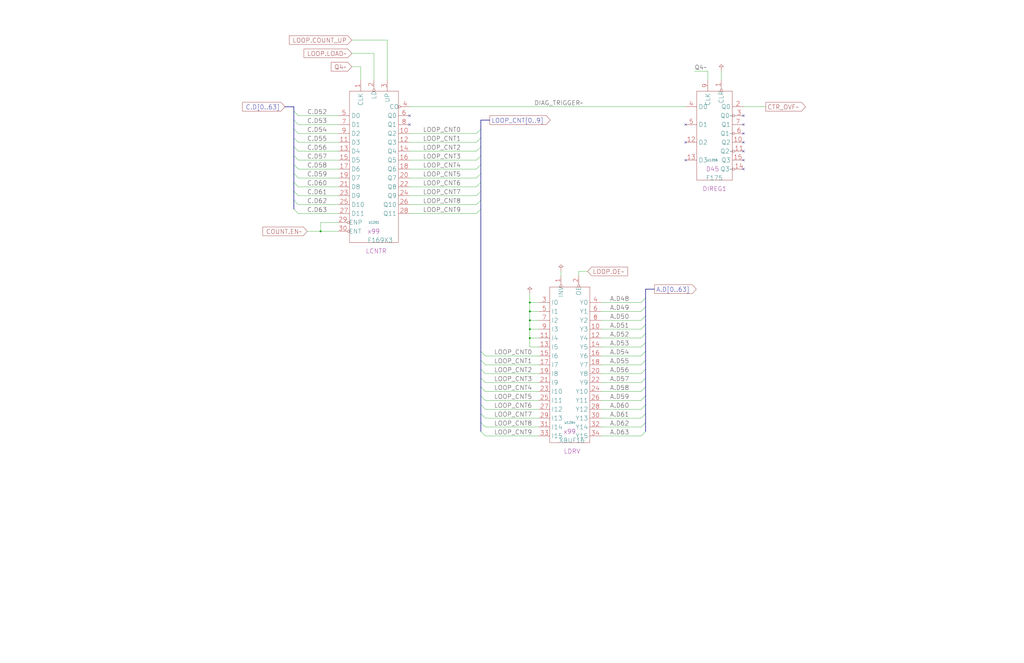
<source format=kicad_sch>
(kicad_sch (version 20220126) (generator eeschema)
  (paper "User" 584.2 378.46)
  (title_block (title "COUNTER LOGIC") (date "15-MAR-90") (rev "1.0") (comment 1 "TYPE") (comment 2 "232-003062") (comment 3 "S400") (comment 4 "RELEASED"))
  (lib_symbols
    (symbol "r1000:F169X3" (pin_names (offset 1.016))
      (property "Reference" "U" (at 2.54 5.08 0))
      (property "Value" "F169X3" (at -1.27 -5.08 0))
      (property "Location" "___" (at -1.27 0 0))
      (property "Name" "______" (at 3.81 -12.7 0))
      (symbol "F169X3_1_1"
        (circle (center -12.065 0) (radius 0.635))
        (circle (center -12.065 5.08) (radius 0.635))
        (rectangle (start -11.43 80.01) (end 16.51 -6.35))
        (circle (center 2.54 80.645) (radius 0.635))
        (circle (center 17.145 71.12) (radius 0.635))
        (pin input line (at -5.08 86.36 270) (length 6.35) (name "CLK") (number "1"))
        (pin output line (at 22.86 55.88 180) (length 6.35) (name "Q2") (number "10"))
        (pin input line (at -17.78 50.8 0) (length 6.35) (name "D3") (number "11"))
        (pin output line (at 22.86 50.8 180) (length 6.35) (name "Q3") (number "12"))
        (pin input line (at -17.78 45.72 0) (length 6.35) (name "D4") (number "13"))
        (pin output line (at 22.86 45.72 180) (length 6.35) (name "Q4") (number "14"))
        (pin input line (at -17.78 40.64 0) (length 6.35) (name "D5") (number "15"))
        (pin output line (at 22.86 40.64 180) (length 6.35) (name "Q5") (number "16"))
        (pin input line (at -17.78 35.56 0) (length 6.35) (name "D6") (number "17"))
        (pin output line (at 22.86 35.56 180) (length 6.35) (name "Q6") (number "18"))
        (pin input line (at -17.78 30.48 0) (length 6.35) (name "D7") (number "19"))
        (pin input line (at 2.54 86.36 270) (length 5.08) (name "LD") (number "2"))
        (pin output line (at 22.86 30.48 180) (length 6.35) (name "Q7") (number "20"))
        (pin input line (at -17.78 25.4 0) (length 6.35) (name "D8") (number "21"))
        (pin output line (at 22.86 25.4 180) (length 6.35) (name "Q8") (number "22"))
        (pin input line (at -17.78 20.32 0) (length 6.35) (name "D9") (number "23"))
        (pin output line (at 22.86 20.32 180) (length 6.35) (name "Q9") (number "24"))
        (pin input line (at -17.78 15.24 0) (length 6.35) (name "D10") (number "25"))
        (pin output line (at 22.86 15.24 180) (length 6.35) (name "Q10") (number "26"))
        (pin input line (at -17.78 10.16 0) (length 6.35) (name "D11") (number "27"))
        (pin output line (at 22.86 10.16 180) (length 6.35) (name "Q11") (number "28"))
        (pin input line (at -17.78 5.08 0) (length 5.08) (name "ENP") (number "29"))
        (pin input line (at 10.16 86.36 270) (length 6.35) (name "UP") (number "3"))
        (pin input line (at -17.78 0 0) (length 5.08) (name "ENT") (number "30"))
        (pin output line (at 22.86 71.12 180) (length 5.08) (name "CO") (number "4"))
        (pin input line (at -17.78 66.04 0) (length 6.35) (name "D0") (number "5"))
        (pin output line (at 22.86 66.04 180) (length 6.35) (name "Q0") (number "6"))
        (pin input line (at -17.78 60.96 0) (length 6.35) (name "D1") (number "7"))
        (pin output line (at 22.86 60.96 180) (length 6.35) (name "Q1") (number "8"))
        (pin input line (at -17.78 55.88 0) (length 6.35) (name "D2") (number "9"))
      )
    )
    (symbol "r1000:F175" (pin_names (offset 1.016))
      (property "Reference" "U" (at 2.54 5.08 0))
      (property "Value" "F175" (at -1.27 -5.08 0))
      (property "Location" "___" (at -1.27 0 0))
      (property "Name" "______" (at 3.81 -12.7 0))
      (symbol "F175_1_1"
        (rectangle (start -6.35 44.45) (end 13.97 -6.35))
        (circle (center 7.62 45.085) (radius 0.635))
        (circle (center 14.605 0) (radius 0.635))
        (circle (center 14.605 10.16) (radius 0.635))
        (circle (center 14.605 20.32) (radius 0.635))
        (circle (center 14.605 30.48) (radius 0.635))
        (pin input line (at 7.62 50.8 270) (length 5.08) (name "CLR") (number "1"))
        (pin output line (at 20.32 15.24 180) (length 6.35) (name "Q2") (number "10"))
        (pin output line (at 20.32 10.16 180) (length 5.08) (name "Q2~") (number "11"))
        (pin input line (at -12.7 15.24 0) (length 6.35) (name "D2") (number "12"))
        (pin input line (at -12.7 5.08 0) (length 6.35) (name "D3") (number "13"))
        (pin output line (at 20.32 0 180) (length 5.08) (name "Q3~") (number "14"))
        (pin output line (at 20.32 5.08 180) (length 6.35) (name "Q3") (number "15"))
        (pin output line (at 20.32 35.56 180) (length 6.35) (name "Q0") (number "2"))
        (pin output line (at 20.32 30.48 180) (length 5.08) (name "Q0~") (number "3"))
        (pin input line (at -12.7 35.56 0) (length 6.35) (name "D0") (number "4"))
        (pin input line (at -12.7 25.4 0) (length 6.35) (name "D1") (number "5"))
        (pin output line (at 20.32 20.32 180) (length 5.08) (name "Q1~") (number "6"))
        (pin output line (at 20.32 25.4 180) (length 6.35) (name "Q1") (number "7"))
        (pin input line (at 0 50.8 270) (length 6.35) (name "CLK") (number "9"))
      )
    )
    (symbol "r1000:PU" (power) (pin_numbers hide) (pin_names hide)
      (symbol "PU_0_1"
        (polyline (pts (xy 0 2.54) (xy -1.27 2.54) (xy 0 3.81) (xy 1.27 2.54) (xy 0 2.54)) (stroke (width 0.1524)))
      )
      (symbol "PU_1_1"
        (pin power_in line (at 0 0 90) (length 2.54) (name "PU") (number "1"))
      )
    )
    (symbol "r1000:XBUF16" (pin_names (offset 1.016))
      (property "Reference" "U" (at 2.54 5.08 0))
      (property "Value" "XBUF16" (at -3.81 -5.08 0))
      (property "Location" "___" (at -1.27 0 0))
      (property "Name" "______" (at 3.81 -12.7 0))
      (symbol "XBUF16_1_1"
        (rectangle (start -8.89 82.55) (end 13.97 -6.35))
        (circle (center -2.54 83.185) (radius 0.635))
        (circle (center 7.62 83.185) (radius 0.635))
        (pin input line (at -2.54 88.9 270) (length 5.08) (name "INV") (number "1"))
        (pin tri_state line (at 20.32 58.42 180) (length 6.35) (name "Y3") (number "10"))
        (pin input line (at -15.24 53.34 0) (length 6.35) (name "I4") (number "11"))
        (pin tri_state line (at 20.32 53.34 180) (length 6.35) (name "Y4") (number "12"))
        (pin input line (at -15.24 48.26 0) (length 6.35) (name "I5") (number "13"))
        (pin tri_state line (at 20.32 48.26 180) (length 6.35) (name "Y5") (number "14"))
        (pin input line (at -15.24 43.18 0) (length 6.35) (name "I6") (number "15"))
        (pin tri_state line (at 20.32 43.18 180) (length 6.35) (name "Y6") (number "16"))
        (pin input line (at -15.24 38.1 0) (length 6.35) (name "I7") (number "17"))
        (pin tri_state line (at 20.32 38.1 180) (length 6.35) (name "Y7") (number "18"))
        (pin input line (at -15.24 33.02 0) (length 6.35) (name "I8") (number "19"))
        (pin input line (at 7.62 88.9 270) (length 5.08) (name "OE") (number "2"))
        (pin tri_state line (at 20.32 33.02 180) (length 6.35) (name "Y8") (number "20"))
        (pin input line (at -15.24 27.94 0) (length 6.35) (name "I9") (number "21"))
        (pin tri_state line (at 20.32 27.94 180) (length 6.35) (name "Y9") (number "22"))
        (pin input line (at -15.24 22.86 0) (length 6.35) (name "I10") (number "23"))
        (pin tri_state line (at 20.32 22.86 180) (length 6.35) (name "Y10") (number "24"))
        (pin input line (at -15.24 17.78 0) (length 6.35) (name "I11") (number "25"))
        (pin tri_state line (at 20.32 17.78 180) (length 6.35) (name "Y11") (number "26"))
        (pin input line (at -15.24 12.7 0) (length 6.35) (name "I12") (number "27"))
        (pin tri_state line (at 20.32 12.7 180) (length 6.35) (name "Y12") (number "28"))
        (pin input line (at -15.24 7.62 0) (length 6.35) (name "I13") (number "29"))
        (pin input line (at -15.24 73.66 0) (length 6.35) (name "I0") (number "3"))
        (pin tri_state line (at 20.32 7.62 180) (length 6.35) (name "Y13") (number "30"))
        (pin input line (at -15.24 2.54 0) (length 6.35) (name "I14") (number "31"))
        (pin tri_state line (at 20.32 2.54 180) (length 6.35) (name "Y14") (number "32"))
        (pin input line (at -15.24 -2.54 0) (length 6.35) (name "I15") (number "33"))
        (pin tri_state line (at 20.32 -2.54 180) (length 6.35) (name "Y15") (number "34"))
        (pin tri_state line (at 20.32 73.66 180) (length 6.35) (name "Y0") (number "4"))
        (pin input line (at -15.24 68.58 0) (length 6.35) (name "I1") (number "5"))
        (pin tri_state line (at 20.32 68.58 180) (length 6.35) (name "Y1") (number "6"))
        (pin input line (at -15.24 63.5 0) (length 6.35) (name "I2") (number "7"))
        (pin tri_state line (at 20.32 63.5 180) (length 6.35) (name "Y2") (number "8"))
        (pin input line (at -15.24 58.42 0) (length 6.35) (name "I3") (number "9"))
      )
    )
  )
  (bus (pts (xy 162.56 60.96) (xy 167.64 60.96)))
  (bus (pts (xy 167.64 104.14) (xy 167.64 109.22)))
  (bus (pts (xy 167.64 109.22) (xy 167.64 114.3)))
  (bus (pts (xy 167.64 114.3) (xy 167.64 119.38)))
  (bus (pts (xy 167.64 60.96) (xy 167.64 63.5)))
  (bus (pts (xy 167.64 63.5) (xy 167.64 68.58)))
  (bus (pts (xy 167.64 68.58) (xy 167.64 73.66)))
  (bus (pts (xy 167.64 73.66) (xy 167.64 78.74)))
  (bus (pts (xy 167.64 78.74) (xy 167.64 83.82)))
  (bus (pts (xy 167.64 83.82) (xy 167.64 88.9)))
  (bus (pts (xy 167.64 88.9) (xy 167.64 93.98)))
  (bus (pts (xy 167.64 93.98) (xy 167.64 99.06)))
  (bus (pts (xy 167.64 99.06) (xy 167.64 104.14)))
  (bus (pts (xy 274.32 109.22) (xy 274.32 104.14)))
  (bus (pts (xy 274.32 109.22) (xy 274.32 114.3)))
  (bus (pts (xy 274.32 119.38) (xy 274.32 114.3)))
  (bus (pts (xy 274.32 119.38) (xy 274.32 200.66)))
  (bus (pts (xy 274.32 205.74) (xy 274.32 200.66)))
  (bus (pts (xy 274.32 210.82) (xy 274.32 205.74)))
  (bus (pts (xy 274.32 215.9) (xy 274.32 210.82)))
  (bus (pts (xy 274.32 220.98) (xy 274.32 215.9)))
  (bus (pts (xy 274.32 226.06) (xy 274.32 220.98)))
  (bus (pts (xy 274.32 231.14) (xy 274.32 226.06)))
  (bus (pts (xy 274.32 236.22) (xy 274.32 231.14)))
  (bus (pts (xy 274.32 241.3) (xy 274.32 236.22)))
  (bus (pts (xy 274.32 246.38) (xy 274.32 241.3)))
  (bus (pts (xy 274.32 68.58) (xy 274.32 73.66)))
  (bus (pts (xy 274.32 73.66) (xy 274.32 78.74)))
  (bus (pts (xy 274.32 78.74) (xy 274.32 83.82)))
  (bus (pts (xy 274.32 83.82) (xy 274.32 88.9)))
  (bus (pts (xy 274.32 88.9) (xy 274.32 93.98)))
  (bus (pts (xy 274.32 93.98) (xy 274.32 99.06)))
  (bus (pts (xy 274.32 99.06) (xy 274.32 104.14)))
  (bus (pts (xy 279.4 68.58) (xy 274.32 68.58)))
  (bus (pts (xy 368.3 165.1) (xy 368.3 170.18)))
  (bus (pts (xy 368.3 170.18) (xy 368.3 175.26)))
  (bus (pts (xy 368.3 175.26) (xy 368.3 180.34)))
  (bus (pts (xy 368.3 180.34) (xy 368.3 185.42)))
  (bus (pts (xy 368.3 185.42) (xy 368.3 190.5)))
  (bus (pts (xy 368.3 190.5) (xy 368.3 195.58)))
  (bus (pts (xy 368.3 195.58) (xy 368.3 200.66)))
  (bus (pts (xy 368.3 200.66) (xy 368.3 205.74)))
  (bus (pts (xy 368.3 205.74) (xy 368.3 210.82)))
  (bus (pts (xy 368.3 210.82) (xy 368.3 215.9)))
  (bus (pts (xy 368.3 215.9) (xy 368.3 220.98)))
  (bus (pts (xy 368.3 220.98) (xy 368.3 226.06)))
  (bus (pts (xy 368.3 226.06) (xy 368.3 231.14)))
  (bus (pts (xy 368.3 231.14) (xy 368.3 236.22)))
  (bus (pts (xy 368.3 236.22) (xy 368.3 241.3)))
  (bus (pts (xy 368.3 241.3) (xy 368.3 246.38)))
  (bus (pts (xy 373.38 165.1) (xy 368.3 165.1)))
  (wire (pts (xy 170.18 101.6) (xy 193.04 101.6)))
  (wire (pts (xy 170.18 106.68) (xy 193.04 106.68)))
  (wire (pts (xy 170.18 111.76) (xy 193.04 111.76)))
  (wire (pts (xy 170.18 116.84) (xy 193.04 116.84)))
  (wire (pts (xy 170.18 121.92) (xy 193.04 121.92)))
  (wire (pts (xy 170.18 66.04) (xy 193.04 66.04)))
  (wire (pts (xy 170.18 71.12) (xy 193.04 71.12)))
  (wire (pts (xy 170.18 76.2) (xy 193.04 76.2)))
  (wire (pts (xy 170.18 81.28) (xy 193.04 81.28)))
  (wire (pts (xy 170.18 86.36) (xy 193.04 86.36)))
  (wire (pts (xy 170.18 91.44) (xy 193.04 91.44)))
  (wire (pts (xy 170.18 96.52) (xy 193.04 96.52)))
  (wire (pts (xy 175.26 132.08) (xy 182.88 132.08)))
  (wire (pts (xy 182.88 127) (xy 182.88 132.08)))
  (wire (pts (xy 182.88 132.08) (xy 193.04 132.08)))
  (wire (pts (xy 193.04 127) (xy 182.88 127)))
  (wire (pts (xy 200.66 22.86) (xy 220.98 22.86)))
  (wire (pts (xy 200.66 30.48) (xy 213.36 30.48)))
  (wire (pts (xy 200.66 38.1) (xy 205.74 38.1)))
  (wire (pts (xy 205.74 45.72) (xy 205.74 38.1)))
  (wire (pts (xy 213.36 45.72) (xy 213.36 30.48)))
  (wire (pts (xy 220.98 45.72) (xy 220.98 22.86)))
  (wire (pts (xy 233.68 101.6) (xy 271.78 101.6)))
  (wire (pts (xy 233.68 106.68) (xy 271.78 106.68)))
  (wire (pts (xy 233.68 111.76) (xy 271.78 111.76)))
  (wire (pts (xy 233.68 116.84) (xy 271.78 116.84)))
  (wire (pts (xy 233.68 121.92) (xy 271.78 121.92)))
  (wire (pts (xy 233.68 60.96) (xy 391.16 60.96)))
  (wire (pts (xy 233.68 76.2) (xy 271.78 76.2)))
  (wire (pts (xy 233.68 81.28) (xy 271.78 81.28)))
  (wire (pts (xy 233.68 86.36) (xy 271.78 86.36)))
  (wire (pts (xy 233.68 91.44) (xy 271.78 91.44)))
  (wire (pts (xy 233.68 96.52) (xy 271.78 96.52)))
  (wire (pts (xy 276.86 203.2) (xy 307.34 203.2)))
  (wire (pts (xy 276.86 208.28) (xy 307.34 208.28)))
  (wire (pts (xy 276.86 213.36) (xy 307.34 213.36)))
  (wire (pts (xy 276.86 218.44) (xy 307.34 218.44)))
  (wire (pts (xy 276.86 223.52) (xy 307.34 223.52)))
  (wire (pts (xy 276.86 228.6) (xy 307.34 228.6)))
  (wire (pts (xy 276.86 233.68) (xy 307.34 233.68)))
  (wire (pts (xy 276.86 238.76) (xy 307.34 238.76)))
  (wire (pts (xy 276.86 243.84) (xy 307.34 243.84)))
  (wire (pts (xy 276.86 248.92) (xy 307.34 248.92)))
  (wire (pts (xy 302.26 172.72) (xy 302.26 167.64)))
  (wire (pts (xy 302.26 172.72) (xy 307.34 172.72)))
  (wire (pts (xy 302.26 177.8) (xy 302.26 172.72)))
  (wire (pts (xy 302.26 177.8) (xy 307.34 177.8)))
  (wire (pts (xy 302.26 182.88) (xy 302.26 177.8)))
  (wire (pts (xy 302.26 182.88) (xy 307.34 182.88)))
  (wire (pts (xy 302.26 187.96) (xy 302.26 182.88)))
  (wire (pts (xy 302.26 187.96) (xy 307.34 187.96)))
  (wire (pts (xy 302.26 193.04) (xy 302.26 187.96)))
  (wire (pts (xy 302.26 193.04) (xy 307.34 193.04)))
  (wire (pts (xy 302.26 198.12) (xy 302.26 193.04)))
  (wire (pts (xy 307.34 198.12) (xy 302.26 198.12)))
  (wire (pts (xy 320.04 154.94) (xy 320.04 157.48)))
  (wire (pts (xy 330.2 154.94) (xy 330.2 157.48)))
  (wire (pts (xy 335.28 154.94) (xy 330.2 154.94)))
  (wire (pts (xy 342.9 172.72) (xy 365.76 172.72)))
  (wire (pts (xy 342.9 177.8) (xy 365.76 177.8)))
  (wire (pts (xy 342.9 182.88) (xy 365.76 182.88)))
  (wire (pts (xy 342.9 187.96) (xy 365.76 187.96)))
  (wire (pts (xy 342.9 193.04) (xy 365.76 193.04)))
  (wire (pts (xy 342.9 198.12) (xy 365.76 198.12)))
  (wire (pts (xy 342.9 203.2) (xy 365.76 203.2)))
  (wire (pts (xy 342.9 208.28) (xy 365.76 208.28)))
  (wire (pts (xy 342.9 213.36) (xy 365.76 213.36)))
  (wire (pts (xy 342.9 218.44) (xy 365.76 218.44)))
  (wire (pts (xy 342.9 223.52) (xy 365.76 223.52)))
  (wire (pts (xy 342.9 228.6) (xy 365.76 228.6)))
  (wire (pts (xy 342.9 233.68) (xy 365.76 233.68)))
  (wire (pts (xy 342.9 238.76) (xy 365.76 238.76)))
  (wire (pts (xy 342.9 243.84) (xy 365.76 243.84)))
  (wire (pts (xy 342.9 248.92) (xy 365.76 248.92)))
  (wire (pts (xy 396.24 40.64) (xy 403.86 40.64)))
  (wire (pts (xy 403.86 45.72) (xy 403.86 40.64)))
  (wire (pts (xy 411.48 40.64) (xy 411.48 45.72)))
  (wire (pts (xy 424.18 60.96) (xy 436.88 60.96)))
  (global_label "C.D[0..63]" (shape input) (at 162.56 60.96 180) (effects (font (size 2.54 2.54))) (property "Intersheet References" "${INTERSHEET_REFS}" (at 138.3816 60.8013 0) (effects (font (size 1.905 1.905)) (justify right))))
  (bus_entry (at 167.64 63.5) (size 2.54 2.54))
  (bus_entry (at 167.64 68.58) (size 2.54 2.54))
  (bus_entry (at 167.64 73.66) (size 2.54 2.54))
  (bus_entry (at 167.64 78.74) (size 2.54 2.54))
  (bus_entry (at 167.64 83.82) (size 2.54 2.54))
  (bus_entry (at 167.64 88.9) (size 2.54 2.54))
  (bus_entry (at 167.64 93.98) (size 2.54 2.54))
  (bus_entry (at 167.64 99.06) (size 2.54 2.54))
  (bus_entry (at 167.64 104.14) (size 2.54 2.54))
  (bus_entry (at 167.64 109.22) (size 2.54 2.54))
  (bus_entry (at 167.64 114.3) (size 2.54 2.54))
  (bus_entry (at 167.64 119.38) (size 2.54 2.54))
  (label "C.D52" (at 175.26 66.04 0) (effects (font (size 2.54 2.54))))
  (label "C.D53" (at 175.26 71.12 0) (effects (font (size 2.54 2.54))))
  (label "C.D54" (at 175.26 76.2 0) (effects (font (size 2.54 2.54))))
  (label "C.D55" (at 175.26 81.28 0) (effects (font (size 2.54 2.54))))
  (label "C.D56" (at 175.26 86.36 0) (effects (font (size 2.54 2.54))))
  (label "C.D57" (at 175.26 91.44 0) (effects (font (size 2.54 2.54))))
  (label "C.D58" (at 175.26 96.52 0) (effects (font (size 2.54 2.54))))
  (label "C.D59" (at 175.26 101.6 0) (effects (font (size 2.54 2.54))))
  (label "C.D60" (at 175.26 106.68 0) (effects (font (size 2.54 2.54))))
  (label "C.D61" (at 175.26 111.76 0) (effects (font (size 2.54 2.54))))
  (label "C.D62" (at 175.26 116.84 0) (effects (font (size 2.54 2.54))))
  (label "C.D63" (at 175.26 121.92 0) (effects (font (size 2.54 2.54))))
  (global_label "COUNT.EN~" (shape input) (at 175.26 132.08 180) (effects (font (size 2.54 2.54))) (property "Intersheet References" "${INTERSHEET_REFS}" (at 149.993 131.9213 0) (effects (font (size 1.905 1.905)) (justify right))))
  (junction (at 182.88 132.08))
  (global_label "LOOP.COUNT_UP" (shape input) (at 200.66 22.86 180) (effects (font (size 2.54 2.54))) (property "Intersheet References" "${INTERSHEET_REFS}" (at 165.1121 22.7013 0) (effects (font (size 1.905 1.905)) (justify right))))
  (global_label "LOOP.LOAD~" (shape input) (at 200.66 30.48 180) (effects (font (size 2.54 2.54))) (property "Intersheet References" "${INTERSHEET_REFS}" (at 173.4578 30.3213 0) (effects (font (size 1.905 1.905)) (justify right))))
  (global_label "Q4~" (shape input) (at 200.66 38.1 180) (effects (font (size 2.54 2.54))) (property "Intersheet References" "${INTERSHEET_REFS}" (at 182.7711 37.9413 0) (effects (font (size 1.905 1.905)) (justify right))))
  (symbol (lib_id "r1000:F169X3") (at 210.82 132.08 0) (unit 1)
    (property "Reference" "U1201" (at 213.36 127 0))
    (property "Value" "F169X3" (at 209.55 137.16 0) (effects (font (size 2.54 2.54)) (justify left)))
    (property "Location" "x99" (at 209.55 132.08 0) (effects (font (size 2.54 2.54)) (justify left)))
    (property "Name" "LCNTR" (at 214.63 144.78 0) (effects (font (size 2.54 2.54)) (justify bottom)))
  )
  (no_connect (at 233.68 66.04))
  (no_connect (at 233.68 71.12))
  (label "LOOP_CNT0" (at 241.3 76.2 0) (effects (font (size 2.54 2.54))))
  (label "LOOP_CNT1" (at 241.3 81.28 0) (effects (font (size 2.54 2.54))))
  (label "LOOP_CNT2" (at 241.3 86.36 0) (effects (font (size 2.54 2.54))))
  (label "LOOP_CNT3" (at 241.3 91.44 0) (effects (font (size 2.54 2.54))))
  (label "LOOP_CNT4" (at 241.3 96.52 0) (effects (font (size 2.54 2.54))))
  (label "LOOP_CNT5" (at 241.3 101.6 0) (effects (font (size 2.54 2.54))))
  (label "LOOP_CNT6" (at 241.3 106.68 0) (effects (font (size 2.54 2.54))))
  (label "LOOP_CNT7" (at 241.3 111.76 0) (effects (font (size 2.54 2.54))))
  (label "LOOP_CNT8" (at 241.3 116.84 0) (effects (font (size 2.54 2.54))))
  (label "LOOP_CNT9" (at 241.3 121.92 0) (effects (font (size 2.54 2.54))))
  (bus_entry (at 274.32 73.66) (size -2.54 2.54))
  (bus_entry (at 274.32 78.74) (size -2.54 2.54))
  (bus_entry (at 274.32 83.82) (size -2.54 2.54))
  (bus_entry (at 274.32 88.9) (size -2.54 2.54))
  (bus_entry (at 274.32 93.98) (size -2.54 2.54))
  (bus_entry (at 274.32 99.06) (size -2.54 2.54))
  (bus_entry (at 274.32 104.14) (size -2.54 2.54))
  (bus_entry (at 274.32 109.22) (size -2.54 2.54))
  (bus_entry (at 274.32 114.3) (size -2.54 2.54))
  (bus_entry (at 274.32 119.38) (size -2.54 2.54))
  (bus_entry (at 274.32 200.66) (size 2.54 2.54))
  (bus_entry (at 274.32 205.74) (size 2.54 2.54))
  (bus_entry (at 274.32 210.82) (size 2.54 2.54))
  (bus_entry (at 274.32 215.9) (size 2.54 2.54))
  (bus_entry (at 274.32 220.98) (size 2.54 2.54))
  (bus_entry (at 274.32 226.06) (size 2.54 2.54))
  (bus_entry (at 274.32 231.14) (size 2.54 2.54))
  (bus_entry (at 274.32 236.22) (size 2.54 2.54))
  (bus_entry (at 274.32 241.3) (size 2.54 2.54))
  (bus_entry (at 274.32 246.38) (size 2.54 2.54))
  (global_label "LOOP_CNT[0..9]" (shape output) (at 279.4 68.58 0) (effects (font (size 2.54 2.54))) (property "Intersheet References" "${INTERSHEET_REFS}" (at 313.8593 68.4213 0) (effects (font (size 1.905 1.905)) (justify left))))
  (label "LOOP_CNT0" (at 281.94 203.2 0) (effects (font (size 2.54 2.54))))
  (label "LOOP_CNT1" (at 281.94 208.28 0) (effects (font (size 2.54 2.54))))
  (label "LOOP_CNT2" (at 281.94 213.36 0) (effects (font (size 2.54 2.54))))
  (label "LOOP_CNT3" (at 281.94 218.44 0) (effects (font (size 2.54 2.54))))
  (label "LOOP_CNT4" (at 281.94 223.52 0) (effects (font (size 2.54 2.54))))
  (label "LOOP_CNT5" (at 281.94 228.6 0) (effects (font (size 2.54 2.54))))
  (label "LOOP_CNT6" (at 281.94 233.68 0) (effects (font (size 2.54 2.54))))
  (label "LOOP_CNT7" (at 281.94 238.76 0) (effects (font (size 2.54 2.54))))
  (label "LOOP_CNT8" (at 281.94 243.84 0) (effects (font (size 2.54 2.54))))
  (label "LOOP_CNT9" (at 281.94 248.92 0) (effects (font (size 2.54 2.54))))
  (symbol (lib_id "r1000:PU") (at 302.26 167.64 0) (unit 1)
    (property "Reference" "#PWR01201" (effects hide))
    (property "Value" "PU" (effects hide))
  )
  (junction (at 302.26 172.72))
  (junction (at 302.26 177.8))
  (junction (at 302.26 182.88))
  (junction (at 302.26 187.96))
  (junction (at 302.26 193.04))
  (label "DIAG_TRIGGER~" (at 304.8 60.96 0) (effects (font (size 2.54 2.54))))
  (symbol (lib_id "r1000:PU") (at 320.04 154.94 0) (unit 1)
    (property "Reference" "#PWR0125" (effects hide))
    (property "Value" "PU" (effects hide))
  )
  (symbol (lib_id "r1000:XBUF16") (at 322.58 246.38 0) (unit 1)
    (property "Reference" "U1204" (at 325.12 241.3 0))
    (property "Value" "XBUF16" (at 318.77 251.46 0) (effects (font (size 2.54 2.54)) (justify left)))
    (property "Location" "x99" (at 321.31 246.38 0) (effects (font (size 2.54 2.54)) (justify left)))
    (property "Name" "LDRV" (at 326.39 259.08 0) (effects (font (size 2.54 2.54)) (justify bottom)))
  )
  (global_label "LOOP.OE~" (shape input) (at 335.28 154.94 0) (effects (font (size 2.54 2.54))) (property "Intersheet References" "${INTERSHEET_REFS}" (at 358.007 154.7813 0) (effects (font (size 1.905 1.905)) (justify left))))
  (label "A.D48" (at 347.98 172.72 0) (effects (font (size 2.54 2.54))))
  (label "A.D49" (at 347.98 177.8 0) (effects (font (size 2.54 2.54))))
  (label "A.D50" (at 347.98 182.88 0) (effects (font (size 2.54 2.54))))
  (label "A.D51" (at 347.98 187.96 0) (effects (font (size 2.54 2.54))))
  (label "A.D52" (at 347.98 193.04 0) (effects (font (size 2.54 2.54))))
  (label "A.D53" (at 347.98 198.12 0) (effects (font (size 2.54 2.54))))
  (label "A.D54" (at 347.98 203.2 0) (effects (font (size 2.54 2.54))))
  (label "A.D55" (at 347.98 208.28 0) (effects (font (size 2.54 2.54))))
  (label "A.D56" (at 347.98 213.36 0) (effects (font (size 2.54 2.54))))
  (label "A.D57" (at 347.98 218.44 0) (effects (font (size 2.54 2.54))))
  (label "A.D58" (at 347.98 223.52 0) (effects (font (size 2.54 2.54))))
  (label "A.D59" (at 347.98 228.6 0) (effects (font (size 2.54 2.54))))
  (label "A.D60" (at 347.98 233.68 0) (effects (font (size 2.54 2.54))))
  (label "A.D61" (at 347.98 238.76 0) (effects (font (size 2.54 2.54))))
  (label "A.D62" (at 347.98 243.84 0) (effects (font (size 2.54 2.54))))
  (label "A.D63" (at 347.98 248.92 0) (effects (font (size 2.54 2.54))))
  (bus_entry (at 368.3 170.18) (size -2.54 2.54))
  (bus_entry (at 368.3 175.26) (size -2.54 2.54))
  (bus_entry (at 368.3 180.34) (size -2.54 2.54))
  (bus_entry (at 368.3 185.42) (size -2.54 2.54))
  (bus_entry (at 368.3 190.5) (size -2.54 2.54))
  (bus_entry (at 368.3 195.58) (size -2.54 2.54))
  (bus_entry (at 368.3 200.66) (size -2.54 2.54))
  (bus_entry (at 368.3 205.74) (size -2.54 2.54))
  (bus_entry (at 368.3 210.82) (size -2.54 2.54))
  (bus_entry (at 368.3 215.9) (size -2.54 2.54))
  (bus_entry (at 368.3 220.98) (size -2.54 2.54))
  (bus_entry (at 368.3 226.06) (size -2.54 2.54))
  (bus_entry (at 368.3 231.14) (size -2.54 2.54))
  (bus_entry (at 368.3 236.22) (size -2.54 2.54))
  (bus_entry (at 368.3 241.3) (size -2.54 2.54))
  (bus_entry (at 368.3 246.38) (size -2.54 2.54))
  (global_label "A.D[0..63]" (shape output) (at 373.38 165.1 0) (effects (font (size 2.54 2.54))) (property "Intersheet References" "${INTERSHEET_REFS}" (at 397.1955 164.9413 0) (effects (font (size 1.905 1.905)) (justify left))))
  (no_connect (at 391.16 71.12))
  (no_connect (at 391.16 81.28))
  (no_connect (at 391.16 91.44))
  (label "Q4~" (at 396.24 40.64 0) (effects (font (size 2.54 2.54))))
  (symbol (lib_id "r1000:F175") (at 403.86 96.52 0) (unit 1)
    (property "Reference" "U1206" (at 406.4 91.44 0))
    (property "Value" "F175" (at 402.59 101.6 0) (effects (font (size 2.54 2.54)) (justify left)))
    (property "Location" "D45" (at 402.59 96.52 0) (effects (font (size 2.54 2.54)) (justify left)))
    (property "Name" "DIREG1" (at 407.67 109.22 0) (effects (font (size 2.54 2.54)) (justify bottom)))
  )
  (symbol (lib_id "r1000:PU") (at 411.48 40.64 0) (unit 1)
    (property "Reference" "#PWR01202" (effects hide))
    (property "Value" "PU" (effects hide))
  )
  (no_connect (at 424.18 66.04))
  (no_connect (at 424.18 71.12))
  (no_connect (at 424.18 76.2))
  (no_connect (at 424.18 81.28))
  (no_connect (at 424.18 86.36))
  (no_connect (at 424.18 91.44))
  (no_connect (at 424.18 96.52))
  (global_label "CTR_OVF~" (shape output) (at 436.88 60.96 0) (effects (font (size 2.54 2.54))) (property "Intersheet References" "${INTERSHEET_REFS}" (at 459.486 60.8013 0) (effects (font (size 1.905 1.905)) (justify left))))
)
</source>
